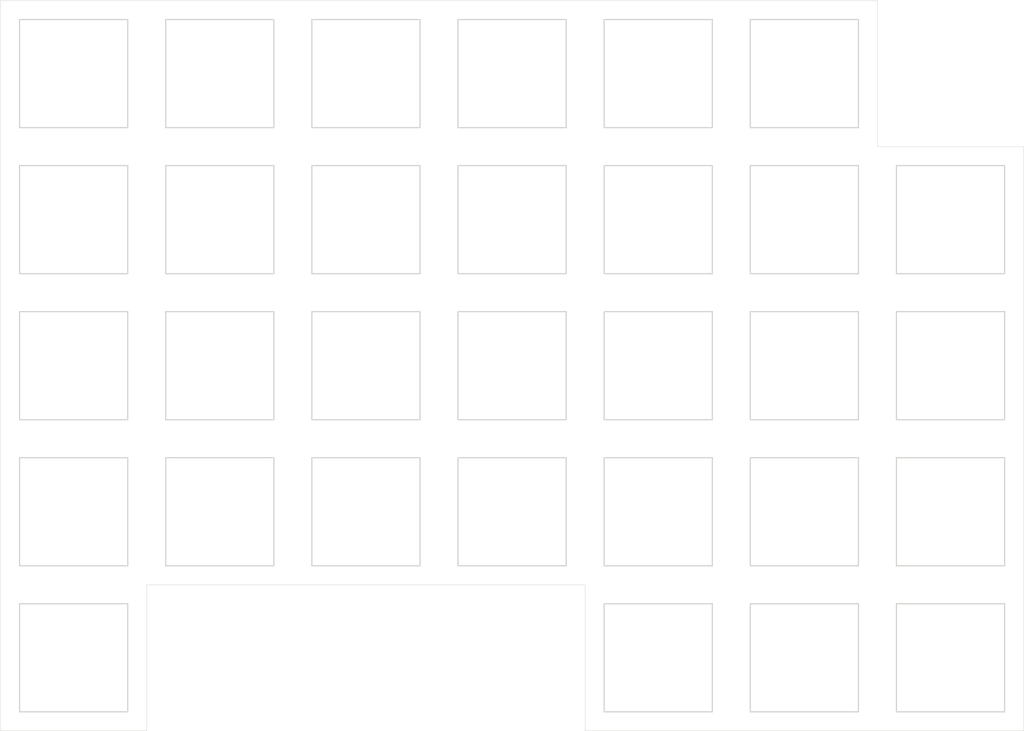
<source format=kicad_pcb>
(kicad_pcb (version 20240108) (generator "pcbnew") (generator_version "8.0")
  (layers (0 "F.Cu" signal) (31 "B.Cu" signal) (34 "B.Paste" user) (35 "F.Paste" user) (36 "B.SilkS" user "B.Silkscreen") (37 "F.SilkS" user "F.Silkscreen") (38 "B.Mask" user) (39 "F.Mask" user) (44 "Edge.Cuts" user))
  (net 0 "")
  (footprint "Salicylic-acid3-kbd_SW_Hole:SW_Hole_1u" (layer "F.Cu") (at 135.73125 90.4875)
    (property "Reference" "SW4_3" (hide yes))
    (property "Value" "SW_Push" (hide yes))
    (fp_line (start -7.05 -7.05) (end 7.05 -7.05) (stroke (width 0.15)) (layer "Edge.Cuts"))
    (fp_line (start -7.05 7.05) (end -7.05 -7.05) (stroke (width 0.15)) (layer "Edge.Cuts"))
    (fp_line (start 7.05 -7.05) (end 7.05 7.05) (stroke (width 0.15)) (layer "Edge.Cuts"))
    (fp_line (start 7.05 7.05) (end -7.05 7.05) (stroke (width 0.15)) (layer "Edge.Cuts"))
  )
  (footprint "Salicylic-acid3-kbd_SW_Hole:SW_Hole_1u" (layer "F.Cu") (at 135.73125 71.4375)
    (property "Reference" "SW3_2" (hide yes))
    (property "Value" "SW_Push" (hide yes))
    (fp_line (start -7.05 -7.05) (end 7.05 -7.05) (stroke (width 0.15)) (layer "Edge.Cuts"))
    (fp_line (start -7.05 7.05) (end -7.05 -7.05) (stroke (width 0.15)) (layer "Edge.Cuts"))
    (fp_line (start 7.05 -7.05) (end 7.05 7.05) (stroke (width 0.15)) (layer "Edge.Cuts"))
    (fp_line (start 7.05 7.05) (end -7.05 7.05) (stroke (width 0.15)) (layer "Edge.Cuts"))
  )
  (footprint "Salicylic-acid3-kbd_SW_Hole:SW_Hole_1u" (layer "F.Cu") (at 173.83125 90.4875)
    (property "Reference" "SW6_3" (hide yes))
    (property "Value" "SW_Push" (hide yes))
    (fp_line (start -7.05 -7.05) (end 7.05 -7.05) (stroke (width 0.15)) (layer "Edge.Cuts"))
    (fp_line (start -7.05 7.05) (end -7.05 -7.05) (stroke (width 0.15)) (layer "Edge.Cuts"))
    (fp_line (start 7.05 -7.05) (end 7.05 7.05) (stroke (width 0.15)) (layer "Edge.Cuts"))
    (fp_line (start 7.05 7.05) (end -7.05 7.05) (stroke (width 0.15)) (layer "Edge.Cuts"))
  )
  (footprint "Salicylic-acid3-kbd_SW_Hole:SW_Hole_1u" (layer "F.Cu") (at 135.73125 33.3375)
    (property "Reference" "SW2_0" (hide yes))
    (property "Value" "SW_Push" (hide yes))
    (fp_line (start -7.05 -7.05) (end 7.05 -7.05) (stroke (width 0.15)) (layer "Edge.Cuts"))
    (fp_line (start -7.05 7.05) (end -7.05 -7.05) (stroke (width 0.15)) (layer "Edge.Cuts"))
    (fp_line (start 7.05 -7.05) (end 7.05 7.05) (stroke (width 0.15)) (layer "Edge.Cuts"))
    (fp_line (start 7.05 7.05) (end -7.05 7.05) (stroke (width 0.15)) (layer "Edge.Cuts"))
  )
  (footprint "Salicylic-acid3-kbd_SW_Hole:SW_Hole_1u" (layer "F.Cu") (at 116.68125 52.3875)
    (property "Reference" "SW0_1" (hide yes))
    (property "Value" "SW_Push" (hide yes))
    (fp_line (start -7.05 -7.05) (end 7.05 -7.05) (stroke (width 0.15)) (layer "Edge.Cuts"))
    (fp_line (start -7.05 7.05) (end -7.05 -7.05) (stroke (width 0.15)) (layer "Edge.Cuts"))
    (fp_line (start 7.05 -7.05) (end 7.05 7.05) (stroke (width 0.15)) (layer "Edge.Cuts"))
    (fp_line (start 7.05 7.05) (end -7.05 7.05) (stroke (width 0.15)) (layer "Edge.Cuts"))
  )
  (footprint "Salicylic-acid3-kbd_SW_Hole:SW_Hole_1u" (layer "F.Cu") (at 154.78125 71.4375)
    (property "Reference" "SW4_2" (hide yes))
    (property "Value" "SW_Push" (hide yes))
    (fp_line (start -7.05 -7.05) (end 7.05 -7.05) (stroke (width 0.15)) (layer "Edge.Cuts"))
    (fp_line (start -7.05 7.05) (end -7.05 -7.05) (stroke (width 0.15)) (layer "Edge.Cuts"))
    (fp_line (start 7.05 -7.05) (end 7.05 7.05) (stroke (width 0.15)) (layer "Edge.Cuts"))
    (fp_line (start 7.05 7.05) (end -7.05 7.05) (stroke (width 0.15)) (layer "Edge.Cuts"))
  )
  (footprint "Salicylic-acid3-kbd_SW_Hole:SW_Hole_1u" (layer "F.Cu") (at 154.78125 90.4875)
    (property "Reference" "SW5_3" (hide yes))
    (property "Value" "SW_Push" (hide yes))
    (fp_line (start -7.05 -7.05) (end 7.05 -7.05) (stroke (width 0.15)) (layer "Edge.Cuts"))
    (fp_line (start -7.05 7.05) (end -7.05 -7.05) (stroke (width 0.15)) (layer "Edge.Cuts"))
    (fp_line (start 7.05 -7.05) (end 7.05 7.05) (stroke (width 0.15)) (layer "Edge.Cuts"))
    (fp_line (start 7.05 7.05) (end -7.05 7.05) (stroke (width 0.15)) (layer "Edge.Cuts"))
  )
  (footprint "Salicylic-acid3-kbd_SW_Hole:SW_Hole_1u" (layer "F.Cu") (at 211.93125 52.3875)
    (property "Reference" "SW6_1" (hide yes))
    (property "Value" "SW_Push" (hide yes))
    (fp_line (start -7.05 -7.05) (end 7.05 -7.05) (stroke (width 0.15)) (layer "Edge.Cuts"))
    (fp_line (start -7.05 7.05) (end -7.05 -7.05) (stroke (width 0.15)) (layer "Edge.Cuts"))
    (fp_line (start 7.05 -7.05) (end 7.05 7.05) (stroke (width 0.15)) (layer "Edge.Cuts"))
    (fp_line (start 7.05 7.05) (end -7.05 7.05) (stroke (width 0.15)) (layer "Edge.Cuts"))
  )
  (footprint "Salicylic-acid3-kbd_SW_Hole:SW_Hole_1u" (layer "F.Cu") (at 211.93125 71.4375)
    (property "Reference" "SW0_3" (hide yes))
    (property "Value" "SW_Push" (hide yes))
    (fp_line (start -7.05 -7.05) (end 7.05 -7.05) (stroke (width 0.15)) (layer "Edge.Cuts"))
    (fp_line (start -7.05 7.05) (end -7.05 -7.05) (stroke (width 0.15)) (layer "Edge.Cuts"))
    (fp_line (start 7.05 -7.05) (end 7.05 7.05) (stroke (width 0.15)) (layer "Edge.Cuts"))
    (fp_line (start 7.05 7.05) (end -7.05 7.05) (stroke (width 0.15)) (layer "Edge.Cuts"))
  )
  (footprint "Salicylic-acid3-kbd_SW_Hole:SW_Hole_1u" (layer "F.Cu") (at 116.68125 90.4875)
    (property "Reference" "SW2_3" (hide yes))
    (property "Value" "SW_Push" (hide yes))
    (fp_line (start -7.05 -7.05) (end 7.05 -7.05) (stroke (width 0.15)) (layer "Edge.Cuts"))
    (fp_line (start -7.05 7.05) (end -7.05 -7.05) (stroke (width 0.15)) (layer "Edge.Cuts"))
    (fp_line (start 7.05 -7.05) (end 7.05 7.05) (stroke (width 0.15)) (layer "Edge.Cuts"))
    (fp_line (start 7.05 7.05) (end -7.05 7.05) (stroke (width 0.15)) (layer "Edge.Cuts"))
  )
  (footprint "Salicylic-acid3-kbd_SW_Hole:SW_Hole_1u" (layer "F.Cu") (at 211.93125 33.3375)
    (property "Reference" "SW6_0" (hide yes))
    (property "Value" "SW_Push" (hide yes))
    (fp_line (start -7.05 -7.05) (end 7.05 -7.05) (stroke (width 0.15)) (layer "Edge.Cuts"))
    (fp_line (start -7.05 7.05) (end -7.05 -7.05) (stroke (width 0.15)) (layer "Edge.Cuts"))
    (fp_line (start 7.05 -7.05) (end 7.05 7.05) (stroke (width 0.15)) (layer "Edge.Cuts"))
    (fp_line (start 7.05 7.05) (end -7.05 7.05) (stroke (width 0.15)) (layer "Edge.Cuts"))
  )
  (footprint "Salicylic-acid3-kbd_SW_Hole:SW_Hole_1u" (layer "F.Cu") (at 211.93125 90.4875)
    (property "Reference" "SW1_4" (hide yes))
    (property "Value" "SW_Push" (hide yes))
    (fp_line (start -7.05 -7.05) (end 7.05 -7.05) (stroke (width 0.15)) (layer "Edge.Cuts"))
    (fp_line (start -7.05 7.05) (end -7.05 -7.05) (stroke (width 0.15)) (layer "Edge.Cuts"))
    (fp_line (start 7.05 -7.05) (end 7.05 7.05) (stroke (width 0.15)) (layer "Edge.Cuts"))
    (fp_line (start 7.05 7.05) (end -7.05 7.05) (stroke (width 0.15)) (layer "Edge.Cuts"))
  )
  (footprint "Salicylic-acid3-kbd_SW_Hole:SW_Hole_1u" (layer "F.Cu") (at 230.98125 71.4375)
    (property "Reference" "SW1_3" (hide yes))
    (property "Value" "SW_Push" (hide yes))
    (fp_line (start -7.05 -7.05) (end 7.05 -7.05) (stroke (width 0.15)) (layer "Edge.Cuts"))
    (fp_line (start -7.05 7.05) (end -7.05 -7.05) (stroke (width 0.15)) (layer "Edge.Cuts"))
    (fp_line (start 7.05 -7.05) (end 7.05 7.05) (stroke (width 0.15)) (layer "Edge.Cuts"))
    (fp_line (start 7.05 7.05) (end -7.05 7.05) (stroke (width 0.15)) (layer "Edge.Cuts"))
  )
  (footprint "Salicylic-acid3-kbd_SW_Hole:SW_Hole_1u" (layer "F.Cu") (at 192.88125 90.4875)
    (property "Reference" "SW0_4" (hide yes))
    (property "Value" "SW_Push" (hide yes))
    (fp_line (start -7.05 -7.05) (end 7.05 -7.05) (stroke (width 0.15)) (layer "Edge.Cuts"))
    (fp_line (start -7.05 7.05) (end -7.05 -7.05) (stroke (width 0.15)) (layer "Edge.Cuts"))
    (fp_line (start 7.05 -7.05) (end 7.05 7.05) (stroke (width 0.15)) (layer "Edge.Cuts"))
    (fp_line (start 7.05 7.05) (end -7.05 7.05) (stroke (width 0.15)) (layer "Edge.Cuts"))
  )
  (footprint "Salicylic-acid3-kbd_SW_Hole:SW_Hole_1u" (layer "F.Cu") (at 230.98125 52.3875)
    (property "Reference" "SW0_2" (hide yes))
    (property "Value" "SW_Push" (hide yes))
    (fp_line (start -7.05 -7.05) (end 7.05 -7.05) (stroke (width 0.15)) (layer "Edge.Cuts"))
    (fp_line (start -7.05 7.05) (end -7.05 -7.05) (stroke (width 0.15)) (layer "Edge.Cuts"))
    (fp_line (start 7.05 -7.05) (end 7.05 7.05) (stroke (width 0.15)) (layer "Edge.Cuts"))
    (fp_line (start 7.05 7.05) (end -7.05 7.05) (stroke (width 0.15)) (layer "Edge.Cuts"))
  )
  (footprint "Salicylic-acid3-kbd_SW_Hole:SW_Hole_1u" (layer "F.Cu") (at 154.78125 33.3375)
    (property "Reference" "SW3_0" (hide yes))
    (property "Value" "SW_Push" (hide yes))
    (fp_line (start -7.05 -7.05) (end 7.05 -7.05) (stroke (width 0.15)) (layer "Edge.Cuts"))
    (fp_line (start -7.05 7.05) (end -7.05 -7.05) (stroke (width 0.15)) (layer "Edge.Cuts"))
    (fp_line (start 7.05 -7.05) (end 7.05 7.05) (stroke (width 0.15)) (layer "Edge.Cuts"))
    (fp_line (start 7.05 7.05) (end -7.05 7.05) (stroke (width 0.15)) (layer "Edge.Cuts"))
  )
  (footprint "Salicylic-acid3-kbd_SW_Hole:SW_Hole_1u" (layer "F.Cu") (at 135.73125 52.3875)
    (property "Reference" "SW2_1" (hide yes))
    (property "Value" "SW_Push" (hide yes))
    (fp_line (start -7.05 -7.05) (end 7.05 -7.05) (stroke (width 0.15)) (layer "Edge.Cuts"))
    (fp_line (start -7.05 7.05) (end -7.05 -7.05) (stroke (width 0.15)) (layer "Edge.Cuts"))
    (fp_line (start 7.05 -7.05) (end 7.05 7.05) (stroke (width 0.15)) (layer "Edge.Cuts"))
    (fp_line (start 7.05 7.05) (end -7.05 7.05) (stroke (width 0.15)) (layer "Edge.Cuts"))
  )
  (footprint "Salicylic-acid3-kbd_SW_Hole:SW_Hole_1u" (layer "F.Cu") (at 230.98125 109.5375)
    (property "Reference" "SW0_5" (hide yes))
    (property "Value" "SW_Push" (hide yes))
    (fp_line (start -7.05 -7.05) (end 7.05 -7.05) (stroke (width 0.15)) (layer "Edge.Cuts"))
    (fp_line (start -7.05 7.05) (end -7.05 -7.05) (stroke (width 0.15)) (layer "Edge.Cuts"))
    (fp_line (start 7.05 -7.05) (end 7.05 7.05) (stroke (width 0.15)) (layer "Edge.Cuts"))
    (fp_line (start 7.05 7.05) (end -7.05 7.05) (stroke (width 0.15)) (layer "Edge.Cuts"))
  )
  (footprint "Salicylic-acid3-kbd_SW_Hole:SW_Hole_1u" (layer "F.Cu") (at 173.83125 33.3375)
    (property "Reference" "SW4_0" (hide yes))
    (property "Value" "SW_Push" (hide yes))
    (fp_line (start -7.05 -7.05) (end 7.05 -7.05) (stroke (width 0.15)) (layer "Edge.Cuts"))
    (fp_line (start -7.05 7.05) (end -7.05 -7.05) (stroke (width 0.15)) (layer "Edge.Cuts"))
    (fp_line (start 7.05 -7.05) (end 7.05 7.05) (stroke (width 0.15)) (layer "Edge.Cuts"))
    (fp_line (start 7.05 7.05) (end -7.05 7.05) (stroke (width 0.15)) (layer "Edge.Cuts"))
  )
  (footprint "Salicylic-acid3-kbd_SW_Hole:SW_Hole_1u" (layer "F.Cu") (at 116.68125 33.3375)
    (property "Reference" "SW1_0" (hide yes))
    (property "Value" "SW_Push" (hide yes))
    (fp_line (start -7.05 -7.05) (end 7.05 -7.05) (stroke (width 0.15)) (layer "Edge.Cuts"))
    (fp_line (start -7.05 7.05) (end -7.05 -7.05) (stroke (width 0.15)) (layer "Edge.Cuts"))
    (fp_line (start 7.05 -7.05) (end 7.05 7.05) (stroke (width 0.15)) (layer "Edge.Cuts"))
    (fp_line (start 7.05 7.05) (end -7.05 7.05) (stroke (width 0.15)) (layer "Edge.Cuts"))
  )
  (footprint "Salicylic-acid3-kbd_SW_Hole:SW_Hole_1u" (layer "F.Cu") (at 192.88125 33.3375)
    (property "Reference" "SW5_0" (hide yes))
    (property "Value" "SW_Push" (hide yes))
    (fp_line (start -7.05 -7.05) (end 7.05 -7.05) (stroke (width 0.15)) (layer "Edge.Cuts"))
    (fp_line (start -7.05 7.05) (end -7.05 -7.05) (stroke (width 0.15)) (layer "Edge.Cuts"))
    (fp_line (start 7.05 -7.05) (end 7.05 7.05) (stroke (width 0.15)) (layer "Edge.Cuts"))
    (fp_line (start 7.05 7.05) (end -7.05 7.05) (stroke (width 0.15)) (layer "Edge.Cuts"))
  )
  (footprint "Salicylic-acid3-kbd_SW_Hole:SW_Hole_1u" (layer "F.Cu") (at 116.68125 109.5375)
    (property "Reference" "SW3_4" (hide yes))
    (property "Value" "SW_Push" (hide yes))
    (fp_line (start -7.05 -7.05) (end 7.05 -7.05) (stroke (width 0.15)) (layer "Edge.Cuts"))
    (fp_line (start -7.05 7.05) (end -7.05 -7.05) (stroke (width 0.15)) (layer "Edge.Cuts"))
    (fp_line (start 7.05 -7.05) (end 7.05 7.05) (stroke (width 0.15)) (layer "Edge.Cuts"))
    (fp_line (start 7.05 7.05) (end -7.05 7.05) (stroke (width 0.15)) (layer "Edge.Cuts"))
  )
  (footprint "Salicylic-acid3-kbd_SW_Hole:SW_Hole_1u" (layer "F.Cu") (at 230.98125 90.4875)
    (property "Reference" "SW2_4" (hide yes))
    (property "Value" "SW_Push" (hide yes))
    (fp_line (start -7.05 -7.05) (end 7.05 -7.05) (stroke (width 0.15)) (layer "Edge.Cuts"))
    (fp_line (start -7.05 7.05) (end -7.05 -7.05) (stroke (width 0.15)) (layer "Edge.Cuts"))
    (fp_line (start 7.05 -7.05) (end 7.05 7.05) (stroke (width 0.15)) (layer "Edge.Cuts"))
    (fp_line (start 7.05 7.05) (end -7.05 7.05) (stroke (width 0.15)) (layer "Edge.Cuts"))
  )
  (footprint "Salicylic-acid3-kbd_SW_Hole:SW_Hole_1u" (layer "F.Cu") (at 211.93125 109.5375)
    (property "Reference" "SW6_4" (hide yes))
    (property "Value" "SW_Push" (hide yes))
    (fp_line (start -7.05 -7.05) (end 7.05 -7.05) (stroke (width 0.15)) (layer "Edge.Cuts"))
    (fp_line (start -7.05 7.05) (end -7.05 -7.05) (stroke (width 0.15)) (layer "Edge.Cuts"))
    (fp_line (start 7.05 -7.05) (end 7.05 7.05) (stroke (width 0.15)) (layer "Edge.Cuts"))
    (fp_line (start 7.05 7.05) (end -7.05 7.05) (stroke (width 0.15)) (layer "Edge.Cuts"))
  )
  (footprint "Salicylic-acid3-kbd_SW_Hole:SW_Hole_1u" (layer "F.Cu") (at 192.88125 52.3875)
    (property "Reference" "SW5_1" (hide yes))
    (property "Value" "SW_Push" (hide yes))
    (fp_line (start -7.05 -7.05) (end 7.05 -7.05) (stroke (width 0.15)) (layer "Edge.Cuts"))
    (fp_line (start -7.05 7.05) (end -7.05 -7.05) (stroke (width 0.15)) (layer "Edge.Cuts"))
    (fp_line (start 7.05 -7.05) (end 7.05 7.05) (stroke (width 0.15)) (layer "Edge.Cuts"))
    (fp_line (start 7.05 7.05) (end -7.05 7.05) (stroke (width 0.15)) (layer "Edge.Cuts"))
  )
  (footprint "Salicylic-acid3-kbd_SW_Hole:SW_Hole_1u" (layer "F.Cu") (at 154.78125 52.3875)
    (property "Reference" "SW3_1" (hide yes))
    (property "Value" "SW_Push" (hide yes))
    (fp_line (start -7.05 -7.05) (end 7.05 -7.05) (stroke (width 0.15)) (layer "Edge.Cuts"))
    (fp_line (start -7.05 7.05) (end -7.05 -7.05) (stroke (width 0.15)) (layer "Edge.Cuts"))
    (fp_line (start 7.05 -7.05) (end 7.05 7.05) (stroke (width 0.15)) (layer "Edge.Cuts"))
    (fp_line (start 7.05 7.05) (end -7.05 7.05) (stroke (width 0.15)) (layer "Edge.Cuts"))
  )
  (footprint "Salicylic-acid3-kbd_SW_Hole:SW_Hole_1u" (layer "F.Cu") (at 192.88125 109.5375)
    (property "Reference" "SW5_4" (hide yes))
    (property "Value" "SW_Push" (hide yes))
    (fp_line (start -7.05 -7.05) (end 7.05 -7.05) (stroke (width 0.15)) (layer "Edge.Cuts"))
    (fp_line (start -7.05 7.05) (end -7.05 -7.05) (stroke (width 0.15)) (layer "Edge.Cuts"))
    (fp_line (start 7.05 -7.05) (end 7.05 7.05) (stroke (width 0.15)) (layer "Edge.Cuts"))
    (fp_line (start 7.05 7.05) (end -7.05 7.05) (stroke (width 0.15)) (layer "Edge.Cuts"))
  )
  (footprint "Salicylic-acid3-kbd_SW_Hole:SW_Hole_1u" (layer "F.Cu") (at 192.88125 71.4375)
    (property "Reference" "SW6_2" (hide yes))
    (property "Value" "SW_Push" (hide yes))
    (fp_line (start -7.05 -7.05) (end 7.05 -7.05) (stroke (width 0.15)) (layer "Edge.Cuts"))
    (fp_line (start -7.05 7.05) (end -7.05 -7.05) (stroke (width 0.15)) (layer "Edge.Cuts"))
    (fp_line (start 7.05 -7.05) (end 7.05 7.05) (stroke (width 0.15)) (layer "Edge.Cuts"))
    (fp_line (start 7.05 7.05) (end -7.05 7.05) (stroke (width 0.15)) (layer "Edge.Cuts"))
  )
  (footprint "Salicylic-acid3-kbd_SW_Hole:SW_Hole_1u" (layer "F.Cu") (at 173.83125 52.3875)
    (property "Reference" "SW4_1" (hide yes))
    (property "Value" "SW_Push" (hide yes))
    (fp_line (start -7.05 -7.05) (end 7.05 -7.05) (stroke (width 0.15)) (layer "Edge.Cuts"))
    (fp_line (start -7.05 7.05) (end -7.05 -7.05) (stroke (width 0.15)) (layer "Edge.Cuts"))
    (fp_line (start 7.05 -7.05) (end 7.05 7.05) (stroke (width 0.15)) (layer "Edge.Cuts"))
    (fp_line (start 7.05 7.05) (end -7.05 7.05) (stroke (width 0.15)) (layer "Edge.Cuts"))
  )
  (footprint "Salicylic-acid3-kbd_SW_Hole:SW_Hole_1u" (layer "F.Cu") (at 116.68125 71.4375)
    (property "Reference" "SW1_2" (hide yes))
    (property "Value" "SW_Push" (hide yes))
    (fp_line (start -7.05 -7.05) (end 7.05 -7.05) (stroke (width 0.15)) (layer "Edge.Cuts"))
    (fp_line (start -7.05 7.05) (end -7.05 -7.05) (stroke (width 0.15)) (layer "Edge.Cuts"))
    (fp_line (start 7.05 -7.05) (end 7.05 7.05) (stroke (width 0.15)) (layer "Edge.Cuts"))
    (fp_line (start 7.05 7.05) (end -7.05 7.05) (stroke (width 0.15)) (layer "Edge.Cuts"))
  )
  (footprint "Salicylic-acid3-kbd_SW_Hole:SW_Hole_1u" (layer "F.Cu") (at 173.83125 71.4375)
    (property "Reference" "SW5_2" (hide yes))
    (property "Value" "SW_Push" (hide yes))
    (fp_line (start -7.05 -7.05) (end 7.05 -7.05) (stroke (width 0.15)) (layer "Edge.Cuts"))
    (fp_line (start -7.05 7.05) (end -7.05 -7.05) (stroke (width 0.15)) (layer "Edge.Cuts"))
    (fp_line (start 7.05 -7.05) (end 7.05 7.05) (stroke (width 0.15)) (layer "Edge.Cuts"))
    (fp_line (start 7.05 7.05) (end -7.05 7.05) (stroke (width 0.15)) (layer "Edge.Cuts"))
  )
  (gr_line (start 107.15625 119.0625) (end 107.15625 23.8125) (stroke (width 0.05)) (layer "Edge.Cuts"))
  (gr_line (start 183.35625 119.0625) (end 183.35625 100.0125) (stroke (width 0.05)) (layer "Edge.Cuts"))
  (gr_line (start 221.45625 23.8125) (end 221.45625 42.8625) (stroke (width 0.05)) (layer "Edge.Cuts"))
  (gr_line (start 126.20625 100.0125) (end 126.20625 119.0625) (stroke (width 0.05)) (layer "Edge.Cuts"))
  (gr_line (start 126.20625 119.0625) (end 107.15625 119.0625) (stroke (width 0.05)) (layer "Edge.Cuts"))
  (gr_line (start 107.15625 23.8125) (end 221.45625 23.8125) (stroke (width 0.05)) (layer "Edge.Cuts"))
  (gr_line (start 183.35625 100.0125) (end 126.20625 100.0125) (stroke (width 0.05)) (layer "Edge.Cuts"))
  (gr_line (start 240.50625 42.8625) (end 240.50625 119.0625) (stroke (width 0.05)) (layer "Edge.Cuts"))
  (gr_line (start 221.45625 42.8625) (end 240.50625 42.8625) (stroke (width 0.05)) (layer "Edge.Cuts"))
  (gr_line (start 240.50625 119.0625) (end 183.35625 119.0625) (stroke (width 0.05)) (layer "Edge.Cuts"))
)
</source>
